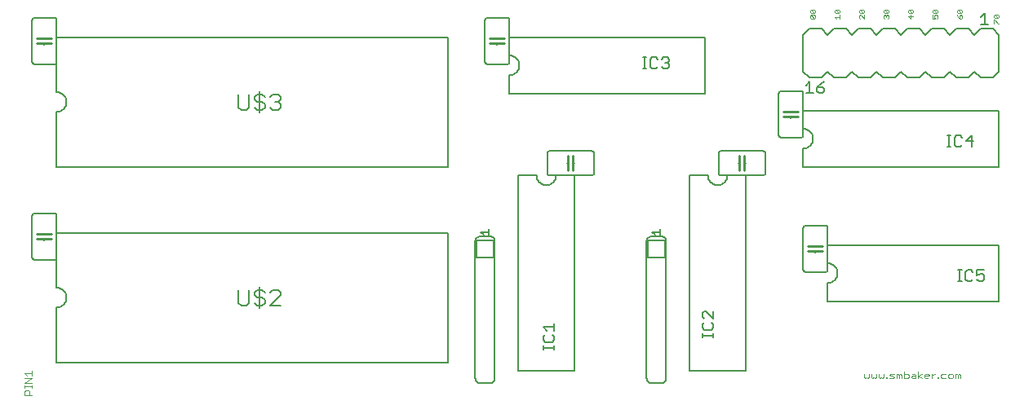
<source format=gto>
G75*
%MOIN*%
%OFA0B0*%
%FSLAX24Y24*%
%IPPOS*%
%LPD*%
%AMOC8*
5,1,8,0,0,1.08239X$1,22.5*
%
%ADD10C,0.0030*%
%ADD11C,0.0020*%
%ADD12C,0.0060*%
%ADD13C,0.0100*%
%ADD14C,0.0050*%
D10*
X000375Y002195D02*
X000375Y002340D01*
X000423Y002388D01*
X000520Y002388D01*
X000568Y002340D01*
X000568Y002195D01*
X000665Y002195D02*
X000375Y002195D01*
X000375Y002490D02*
X000375Y002586D01*
X000375Y002538D02*
X000665Y002538D01*
X000665Y002490D02*
X000665Y002586D01*
X000665Y002686D02*
X000375Y002686D01*
X000665Y002880D01*
X000375Y002880D01*
X000472Y002981D02*
X000375Y003077D01*
X000665Y003077D01*
X000665Y002981D02*
X000665Y003174D01*
X034668Y003068D02*
X034668Y002923D01*
X034716Y002875D01*
X034765Y002923D01*
X034813Y002875D01*
X034862Y002923D01*
X034862Y003068D01*
X034963Y003068D02*
X034963Y002923D01*
X035011Y002875D01*
X035059Y002923D01*
X035108Y002875D01*
X035156Y002923D01*
X035156Y003068D01*
X035257Y003068D02*
X035257Y002923D01*
X035306Y002875D01*
X035354Y002923D01*
X035403Y002875D01*
X035451Y002923D01*
X035451Y003068D01*
X035552Y002923D02*
X035600Y002923D01*
X035600Y002875D01*
X035552Y002875D01*
X035552Y002923D01*
X035699Y002875D02*
X035844Y002875D01*
X035893Y002923D01*
X035844Y002972D01*
X035748Y002972D01*
X035699Y003020D01*
X035748Y003068D01*
X035893Y003068D01*
X035994Y003068D02*
X035994Y002875D01*
X036091Y002875D02*
X036091Y003020D01*
X036139Y003068D01*
X036188Y003020D01*
X036188Y002875D01*
X036289Y002875D02*
X036434Y002875D01*
X036482Y002923D01*
X036482Y003020D01*
X036434Y003068D01*
X036289Y003068D01*
X036289Y003165D02*
X036289Y002875D01*
X036091Y003020D02*
X036042Y003068D01*
X035994Y003068D01*
X036583Y002923D02*
X036632Y002972D01*
X036777Y002972D01*
X036777Y003020D02*
X036777Y002875D01*
X036632Y002875D01*
X036583Y002923D01*
X036632Y003068D02*
X036728Y003068D01*
X036777Y003020D01*
X036878Y002972D02*
X037023Y003068D01*
X037124Y003020D02*
X037172Y003068D01*
X037269Y003068D01*
X037317Y003020D01*
X037317Y002972D01*
X037124Y002972D01*
X037124Y003020D02*
X037124Y002923D01*
X037172Y002875D01*
X037269Y002875D01*
X037418Y002875D02*
X037418Y003068D01*
X037418Y002972D02*
X037515Y003068D01*
X037563Y003068D01*
X037664Y002923D02*
X037712Y002923D01*
X037712Y002875D01*
X037664Y002875D01*
X037664Y002923D01*
X037811Y002923D02*
X037859Y002875D01*
X038005Y002875D01*
X038106Y002923D02*
X038154Y002875D01*
X038251Y002875D01*
X038299Y002923D01*
X038299Y003020D01*
X038251Y003068D01*
X038154Y003068D01*
X038106Y003020D01*
X038106Y002923D01*
X038005Y003068D02*
X037859Y003068D01*
X037811Y003020D01*
X037811Y002923D01*
X038400Y002875D02*
X038400Y003068D01*
X038449Y003068D01*
X038497Y003020D01*
X038545Y003068D01*
X038594Y003020D01*
X038594Y002875D01*
X038497Y002875D02*
X038497Y003020D01*
X037023Y002875D02*
X036878Y002972D01*
X036878Y002875D02*
X036878Y003165D01*
D11*
X039950Y017390D02*
X039950Y017537D01*
X039987Y017537D01*
X040133Y017390D01*
X040170Y017390D01*
X040133Y017611D02*
X039987Y017611D01*
X039950Y017648D01*
X039950Y017721D01*
X039987Y017758D01*
X040133Y017611D01*
X040170Y017648D01*
X040170Y017721D01*
X040133Y017758D01*
X039987Y017758D01*
X038670Y017700D02*
X038633Y017737D01*
X038597Y017737D01*
X038560Y017700D01*
X038560Y017590D01*
X038633Y017590D01*
X038670Y017627D01*
X038670Y017700D01*
X038633Y017811D02*
X038487Y017958D01*
X038633Y017958D01*
X038670Y017921D01*
X038670Y017848D01*
X038633Y017811D01*
X038487Y017811D01*
X038450Y017848D01*
X038450Y017921D01*
X038487Y017958D01*
X038450Y017737D02*
X038487Y017663D01*
X038560Y017590D01*
X037670Y017627D02*
X037633Y017590D01*
X037670Y017627D02*
X037670Y017700D01*
X037633Y017737D01*
X037560Y017737D01*
X037523Y017700D01*
X037523Y017663D01*
X037560Y017590D01*
X037450Y017590D01*
X037450Y017737D01*
X037487Y017811D02*
X037450Y017848D01*
X037450Y017921D01*
X037487Y017958D01*
X037633Y017811D01*
X037670Y017848D01*
X037670Y017921D01*
X037633Y017958D01*
X037487Y017958D01*
X037487Y017811D02*
X037633Y017811D01*
X036670Y017848D02*
X036633Y017811D01*
X036487Y017958D01*
X036633Y017958D01*
X036670Y017921D01*
X036670Y017848D01*
X036633Y017811D02*
X036487Y017811D01*
X036450Y017848D01*
X036450Y017921D01*
X036487Y017958D01*
X036560Y017737D02*
X036560Y017590D01*
X036450Y017700D01*
X036670Y017700D01*
X035670Y017700D02*
X035670Y017627D01*
X035633Y017590D01*
X035560Y017663D02*
X035560Y017700D01*
X035597Y017737D01*
X035633Y017737D01*
X035670Y017700D01*
X035560Y017700D02*
X035523Y017737D01*
X035487Y017737D01*
X035450Y017700D01*
X035450Y017627D01*
X035487Y017590D01*
X035487Y017811D02*
X035450Y017848D01*
X035450Y017921D01*
X035487Y017958D01*
X035633Y017811D01*
X035670Y017848D01*
X035670Y017921D01*
X035633Y017958D01*
X035487Y017958D01*
X035487Y017811D02*
X035633Y017811D01*
X034670Y017848D02*
X034633Y017811D01*
X034487Y017958D01*
X034633Y017958D01*
X034670Y017921D01*
X034670Y017848D01*
X034633Y017811D02*
X034487Y017811D01*
X034450Y017848D01*
X034450Y017921D01*
X034487Y017958D01*
X034487Y017737D02*
X034450Y017700D01*
X034450Y017627D01*
X034487Y017590D01*
X034487Y017737D02*
X034523Y017737D01*
X034670Y017590D01*
X034670Y017737D01*
X033670Y017737D02*
X033670Y017590D01*
X033670Y017663D02*
X033450Y017663D01*
X033523Y017590D01*
X033487Y017811D02*
X033450Y017848D01*
X033450Y017921D01*
X033487Y017958D01*
X033633Y017811D01*
X033670Y017848D01*
X033670Y017921D01*
X033633Y017958D01*
X033487Y017958D01*
X033487Y017811D02*
X033633Y017811D01*
X032670Y017848D02*
X032633Y017811D01*
X032487Y017958D01*
X032633Y017958D01*
X032670Y017921D01*
X032670Y017848D01*
X032633Y017811D02*
X032487Y017811D01*
X032450Y017848D01*
X032450Y017921D01*
X032487Y017958D01*
X032487Y017737D02*
X032633Y017590D01*
X032670Y017627D01*
X032670Y017700D01*
X032633Y017737D01*
X032487Y017737D01*
X032450Y017700D01*
X032450Y017627D01*
X032487Y017590D01*
X032633Y017590D01*
D12*
X032430Y017180D02*
X032930Y017180D01*
X033180Y016930D01*
X033430Y017180D01*
X033930Y017180D01*
X034180Y016930D01*
X034430Y017180D01*
X034930Y017180D01*
X035180Y016930D01*
X035430Y017180D01*
X035930Y017180D01*
X036180Y016930D01*
X036430Y017180D01*
X036930Y017180D01*
X037180Y016930D01*
X037430Y017180D01*
X037930Y017180D01*
X038180Y016930D01*
X038430Y017180D01*
X038930Y017180D01*
X039180Y016930D01*
X039430Y017180D01*
X039930Y017180D01*
X040180Y016930D01*
X040180Y015430D01*
X039930Y015180D01*
X039430Y015180D01*
X039180Y015430D01*
X038930Y015180D01*
X038430Y015180D01*
X038180Y015430D01*
X037930Y015180D01*
X037430Y015180D01*
X037180Y015430D01*
X036930Y015180D01*
X036430Y015180D01*
X036180Y015430D01*
X035930Y015180D01*
X035430Y015180D01*
X035180Y015430D01*
X034930Y015180D01*
X034430Y015180D01*
X034180Y015430D01*
X033930Y015180D01*
X033430Y015180D01*
X033180Y015430D01*
X032930Y015180D01*
X032430Y015180D01*
X032180Y015430D01*
X032180Y016930D01*
X032430Y017180D01*
X028180Y016830D02*
X028180Y014530D01*
X020180Y014530D01*
X020180Y015280D01*
X020219Y015282D01*
X020258Y015288D01*
X020296Y015297D01*
X020333Y015310D01*
X020369Y015327D01*
X020402Y015347D01*
X020434Y015371D01*
X020463Y015397D01*
X020489Y015426D01*
X020513Y015458D01*
X020533Y015491D01*
X020550Y015527D01*
X020563Y015564D01*
X020572Y015602D01*
X020578Y015641D01*
X020580Y015680D01*
X020578Y015719D01*
X020572Y015758D01*
X020563Y015796D01*
X020550Y015833D01*
X020533Y015869D01*
X020513Y015902D01*
X020489Y015934D01*
X020463Y015963D01*
X020434Y015989D01*
X020402Y016013D01*
X020369Y016033D01*
X020333Y016050D01*
X020296Y016063D01*
X020258Y016072D01*
X020219Y016078D01*
X020180Y016080D01*
X020180Y016830D01*
X028180Y016830D01*
X031180Y014530D02*
X031180Y012830D01*
X031182Y012813D01*
X031186Y012796D01*
X031193Y012780D01*
X031203Y012766D01*
X031216Y012753D01*
X031230Y012743D01*
X031246Y012736D01*
X031263Y012732D01*
X031280Y012730D01*
X032080Y012730D01*
X032097Y012732D01*
X032114Y012736D01*
X032130Y012743D01*
X032144Y012753D01*
X032157Y012766D01*
X032167Y012780D01*
X032174Y012796D01*
X032178Y012813D01*
X032180Y012830D01*
X032180Y014530D01*
X032178Y014547D01*
X032174Y014564D01*
X032167Y014580D01*
X032157Y014594D01*
X032144Y014607D01*
X032130Y014617D01*
X032114Y014624D01*
X032097Y014628D01*
X032080Y014630D01*
X031280Y014630D01*
X031263Y014628D01*
X031246Y014624D01*
X031230Y014617D01*
X031216Y014607D01*
X031203Y014594D01*
X031193Y014580D01*
X031186Y014564D01*
X031182Y014547D01*
X031180Y014530D01*
X031680Y013830D02*
X031680Y013780D01*
X032180Y013830D02*
X032180Y013080D01*
X032219Y013078D01*
X032258Y013072D01*
X032296Y013063D01*
X032333Y013050D01*
X032369Y013033D01*
X032402Y013013D01*
X032434Y012989D01*
X032463Y012963D01*
X032489Y012934D01*
X032513Y012902D01*
X032533Y012869D01*
X032550Y012833D01*
X032563Y012796D01*
X032572Y012758D01*
X032578Y012719D01*
X032580Y012680D01*
X032578Y012641D01*
X032572Y012602D01*
X032563Y012564D01*
X032550Y012527D01*
X032533Y012491D01*
X032513Y012458D01*
X032489Y012426D01*
X032463Y012397D01*
X032434Y012371D01*
X032402Y012347D01*
X032369Y012327D01*
X032333Y012310D01*
X032296Y012297D01*
X032258Y012288D01*
X032219Y012282D01*
X032180Y012280D01*
X032180Y011530D01*
X040180Y011530D01*
X040180Y013830D01*
X032180Y013830D01*
X031680Y013580D02*
X031680Y013530D01*
X030530Y012180D02*
X028830Y012180D01*
X028813Y012178D01*
X028796Y012174D01*
X028780Y012167D01*
X028766Y012157D01*
X028753Y012144D01*
X028743Y012130D01*
X028736Y012114D01*
X028732Y012097D01*
X028730Y012080D01*
X028730Y011280D01*
X028732Y011263D01*
X028736Y011246D01*
X028743Y011230D01*
X028753Y011216D01*
X028766Y011203D01*
X028780Y011193D01*
X028796Y011186D01*
X028813Y011182D01*
X028830Y011180D01*
X030530Y011180D01*
X030547Y011182D01*
X030564Y011186D01*
X030580Y011193D01*
X030594Y011203D01*
X030607Y011216D01*
X030617Y011230D01*
X030624Y011246D01*
X030628Y011263D01*
X030630Y011280D01*
X030630Y012080D01*
X030628Y012097D01*
X030624Y012114D01*
X030617Y012130D01*
X030607Y012144D01*
X030594Y012157D01*
X030580Y012167D01*
X030564Y012174D01*
X030547Y012178D01*
X030530Y012180D01*
X029830Y011680D02*
X029780Y011680D01*
X029580Y011680D02*
X029530Y011680D01*
X029830Y011180D02*
X029080Y011180D01*
X029078Y011141D01*
X029072Y011102D01*
X029063Y011064D01*
X029050Y011027D01*
X029033Y010991D01*
X029013Y010958D01*
X028989Y010926D01*
X028963Y010897D01*
X028934Y010871D01*
X028902Y010847D01*
X028869Y010827D01*
X028833Y010810D01*
X028796Y010797D01*
X028758Y010788D01*
X028719Y010782D01*
X028680Y010780D01*
X028641Y010782D01*
X028602Y010788D01*
X028564Y010797D01*
X028527Y010810D01*
X028491Y010827D01*
X028458Y010847D01*
X028426Y010871D01*
X028397Y010897D01*
X028371Y010926D01*
X028347Y010958D01*
X028327Y010991D01*
X028310Y011027D01*
X028297Y011064D01*
X028288Y011102D01*
X028282Y011141D01*
X028280Y011180D01*
X027530Y011180D01*
X027530Y003180D01*
X029830Y003180D01*
X029830Y011180D01*
X032180Y009030D02*
X032180Y007330D01*
X032182Y007313D01*
X032186Y007296D01*
X032193Y007280D01*
X032203Y007266D01*
X032216Y007253D01*
X032230Y007243D01*
X032246Y007236D01*
X032263Y007232D01*
X032280Y007230D01*
X033080Y007230D01*
X033097Y007232D01*
X033114Y007236D01*
X033130Y007243D01*
X033144Y007253D01*
X033157Y007266D01*
X033167Y007280D01*
X033174Y007296D01*
X033178Y007313D01*
X033180Y007330D01*
X033180Y009030D01*
X033178Y009047D01*
X033174Y009064D01*
X033167Y009080D01*
X033157Y009094D01*
X033144Y009107D01*
X033130Y009117D01*
X033114Y009124D01*
X033097Y009128D01*
X033080Y009130D01*
X032280Y009130D01*
X032263Y009128D01*
X032246Y009124D01*
X032230Y009117D01*
X032216Y009107D01*
X032203Y009094D01*
X032193Y009080D01*
X032186Y009064D01*
X032182Y009047D01*
X032180Y009030D01*
X032680Y008330D02*
X032680Y008280D01*
X032680Y008080D02*
X032680Y008030D01*
X033180Y008330D02*
X033180Y007580D01*
X033219Y007578D01*
X033258Y007572D01*
X033296Y007563D01*
X033333Y007550D01*
X033369Y007533D01*
X033402Y007513D01*
X033434Y007489D01*
X033463Y007463D01*
X033489Y007434D01*
X033513Y007402D01*
X033533Y007369D01*
X033550Y007333D01*
X033563Y007296D01*
X033572Y007258D01*
X033578Y007219D01*
X033580Y007180D01*
X033578Y007141D01*
X033572Y007102D01*
X033563Y007064D01*
X033550Y007027D01*
X033533Y006991D01*
X033513Y006958D01*
X033489Y006926D01*
X033463Y006897D01*
X033434Y006871D01*
X033402Y006847D01*
X033369Y006827D01*
X033333Y006810D01*
X033296Y006797D01*
X033258Y006788D01*
X033219Y006782D01*
X033180Y006780D01*
X033180Y006030D01*
X040180Y006030D01*
X040180Y008330D01*
X033180Y008330D01*
X026580Y008480D02*
X026580Y002880D01*
X026578Y002854D01*
X026573Y002828D01*
X026565Y002803D01*
X026553Y002780D01*
X026539Y002758D01*
X026521Y002739D01*
X026502Y002721D01*
X026480Y002707D01*
X026457Y002695D01*
X026432Y002687D01*
X026406Y002682D01*
X026380Y002680D01*
X025980Y002680D01*
X025954Y002682D01*
X025928Y002687D01*
X025903Y002695D01*
X025880Y002707D01*
X025858Y002721D01*
X025839Y002739D01*
X025821Y002758D01*
X025807Y002780D01*
X025795Y002803D01*
X025787Y002828D01*
X025782Y002854D01*
X025780Y002880D01*
X025780Y008480D01*
X025830Y008530D02*
X026530Y008530D01*
X026530Y007830D01*
X025830Y007830D01*
X025830Y008530D01*
X025780Y008480D02*
X025782Y008506D01*
X025787Y008532D01*
X025795Y008557D01*
X025807Y008580D01*
X025821Y008602D01*
X025839Y008621D01*
X025858Y008639D01*
X025880Y008653D01*
X025903Y008665D01*
X025928Y008673D01*
X025954Y008678D01*
X025980Y008680D01*
X026380Y008680D01*
X026406Y008678D01*
X026432Y008673D01*
X026457Y008665D01*
X026480Y008653D01*
X026502Y008639D01*
X026521Y008621D01*
X026539Y008602D01*
X026553Y008580D01*
X026565Y008557D01*
X026573Y008532D01*
X026578Y008506D01*
X026580Y008480D01*
X023530Y011180D02*
X021830Y011180D01*
X021813Y011182D01*
X021796Y011186D01*
X021780Y011193D01*
X021766Y011203D01*
X021753Y011216D01*
X021743Y011230D01*
X021736Y011246D01*
X021732Y011263D01*
X021730Y011280D01*
X021730Y012080D01*
X021732Y012097D01*
X021736Y012114D01*
X021743Y012130D01*
X021753Y012144D01*
X021766Y012157D01*
X021780Y012167D01*
X021796Y012174D01*
X021813Y012178D01*
X021830Y012180D01*
X023530Y012180D01*
X023547Y012178D01*
X023564Y012174D01*
X023580Y012167D01*
X023594Y012157D01*
X023607Y012144D01*
X023617Y012130D01*
X023624Y012114D01*
X023628Y012097D01*
X023630Y012080D01*
X023630Y011280D01*
X023628Y011263D01*
X023624Y011246D01*
X023617Y011230D01*
X023607Y011216D01*
X023594Y011203D01*
X023580Y011193D01*
X023564Y011186D01*
X023547Y011182D01*
X023530Y011180D01*
X022830Y011180D02*
X022080Y011180D01*
X022078Y011141D01*
X022072Y011102D01*
X022063Y011064D01*
X022050Y011027D01*
X022033Y010991D01*
X022013Y010958D01*
X021989Y010926D01*
X021963Y010897D01*
X021934Y010871D01*
X021902Y010847D01*
X021869Y010827D01*
X021833Y010810D01*
X021796Y010797D01*
X021758Y010788D01*
X021719Y010782D01*
X021680Y010780D01*
X021641Y010782D01*
X021602Y010788D01*
X021564Y010797D01*
X021527Y010810D01*
X021491Y010827D01*
X021458Y010847D01*
X021426Y010871D01*
X021397Y010897D01*
X021371Y010926D01*
X021347Y010958D01*
X021327Y010991D01*
X021310Y011027D01*
X021297Y011064D01*
X021288Y011102D01*
X021282Y011141D01*
X021280Y011180D01*
X020530Y011180D01*
X020530Y003180D01*
X022830Y003180D01*
X022830Y011180D01*
X022830Y011680D02*
X022780Y011680D01*
X022580Y011680D02*
X022530Y011680D01*
X017680Y011530D02*
X017680Y016830D01*
X001680Y016830D01*
X001680Y014580D01*
X001719Y014578D01*
X001758Y014572D01*
X001796Y014563D01*
X001833Y014550D01*
X001869Y014533D01*
X001902Y014513D01*
X001934Y014489D01*
X001963Y014463D01*
X001989Y014434D01*
X002013Y014402D01*
X002033Y014369D01*
X002050Y014333D01*
X002063Y014296D01*
X002072Y014258D01*
X002078Y014219D01*
X002080Y014180D01*
X002078Y014141D01*
X002072Y014102D01*
X002063Y014064D01*
X002050Y014027D01*
X002033Y013991D01*
X002013Y013958D01*
X001989Y013926D01*
X001963Y013897D01*
X001934Y013871D01*
X001902Y013847D01*
X001869Y013827D01*
X001833Y013810D01*
X001796Y013797D01*
X001758Y013788D01*
X001719Y013782D01*
X001680Y013780D01*
X001680Y011530D01*
X017680Y011530D01*
X017680Y008830D02*
X017680Y003530D01*
X001680Y003530D01*
X001680Y005780D01*
X001719Y005782D01*
X001758Y005788D01*
X001796Y005797D01*
X001833Y005810D01*
X001869Y005827D01*
X001902Y005847D01*
X001934Y005871D01*
X001963Y005897D01*
X001989Y005926D01*
X002013Y005958D01*
X002033Y005991D01*
X002050Y006027D01*
X002063Y006064D01*
X002072Y006102D01*
X002078Y006141D01*
X002080Y006180D01*
X002078Y006219D01*
X002072Y006258D01*
X002063Y006296D01*
X002050Y006333D01*
X002033Y006369D01*
X002013Y006402D01*
X001989Y006434D01*
X001963Y006463D01*
X001934Y006489D01*
X001902Y006513D01*
X001869Y006533D01*
X001833Y006550D01*
X001796Y006563D01*
X001758Y006572D01*
X001719Y006578D01*
X001680Y006580D01*
X001680Y008830D01*
X017680Y008830D01*
X018780Y008480D02*
X018780Y002880D01*
X018782Y002854D01*
X018787Y002828D01*
X018795Y002803D01*
X018807Y002780D01*
X018821Y002758D01*
X018839Y002739D01*
X018858Y002721D01*
X018880Y002707D01*
X018903Y002695D01*
X018928Y002687D01*
X018954Y002682D01*
X018980Y002680D01*
X019380Y002680D01*
X019406Y002682D01*
X019432Y002687D01*
X019457Y002695D01*
X019480Y002707D01*
X019502Y002721D01*
X019521Y002739D01*
X019539Y002758D01*
X019553Y002780D01*
X019565Y002803D01*
X019573Y002828D01*
X019578Y002854D01*
X019580Y002880D01*
X019580Y008480D01*
X019530Y008530D02*
X018830Y008530D01*
X018830Y007830D01*
X019530Y007830D01*
X019530Y008530D01*
X019580Y008480D02*
X019578Y008506D01*
X019573Y008532D01*
X019565Y008557D01*
X019553Y008580D01*
X019539Y008602D01*
X019521Y008621D01*
X019502Y008639D01*
X019480Y008653D01*
X019457Y008665D01*
X019432Y008673D01*
X019406Y008678D01*
X019380Y008680D01*
X018980Y008680D01*
X018954Y008678D01*
X018928Y008673D01*
X018903Y008665D01*
X018880Y008653D01*
X018858Y008639D01*
X018839Y008621D01*
X018821Y008602D01*
X018807Y008580D01*
X018795Y008557D01*
X018787Y008532D01*
X018782Y008506D01*
X018780Y008480D01*
X010826Y006394D02*
X010719Y006501D01*
X010506Y006501D01*
X010399Y006394D01*
X010182Y006394D02*
X010075Y006501D01*
X009861Y006501D01*
X009755Y006394D01*
X009755Y006287D01*
X009861Y006180D01*
X010075Y006180D01*
X010182Y006074D01*
X010182Y005967D01*
X010075Y005860D01*
X009861Y005860D01*
X009755Y005967D01*
X009537Y005967D02*
X009537Y006501D01*
X009110Y006501D02*
X009110Y005967D01*
X009217Y005860D01*
X009430Y005860D01*
X009537Y005967D01*
X009968Y005753D02*
X009968Y006607D01*
X010399Y005860D02*
X010826Y006287D01*
X010826Y006394D01*
X010826Y005860D02*
X010399Y005860D01*
X001680Y007830D02*
X001680Y009530D01*
X001678Y009547D01*
X001674Y009564D01*
X001667Y009580D01*
X001657Y009594D01*
X001644Y009607D01*
X001630Y009617D01*
X001614Y009624D01*
X001597Y009628D01*
X001580Y009630D01*
X000780Y009630D01*
X000763Y009628D01*
X000746Y009624D01*
X000730Y009617D01*
X000716Y009607D01*
X000703Y009594D01*
X000693Y009580D01*
X000686Y009564D01*
X000682Y009547D01*
X000680Y009530D01*
X000680Y007830D01*
X000682Y007813D01*
X000686Y007796D01*
X000693Y007780D01*
X000703Y007766D01*
X000716Y007753D01*
X000730Y007743D01*
X000746Y007736D01*
X000763Y007732D01*
X000780Y007730D01*
X001580Y007730D01*
X001597Y007732D01*
X001614Y007736D01*
X001630Y007743D01*
X001644Y007753D01*
X001657Y007766D01*
X001667Y007780D01*
X001674Y007796D01*
X001678Y007813D01*
X001680Y007830D01*
X001180Y008530D02*
X001180Y008580D01*
X001180Y008780D02*
X001180Y008830D01*
X009968Y013753D02*
X009968Y014607D01*
X009861Y014501D02*
X009755Y014394D01*
X009755Y014287D01*
X009861Y014180D01*
X010075Y014180D01*
X010182Y014074D01*
X010182Y013967D01*
X010075Y013860D01*
X009861Y013860D01*
X009755Y013967D01*
X009537Y013967D02*
X009537Y014501D01*
X009861Y014501D02*
X010075Y014501D01*
X010182Y014394D01*
X010399Y014394D02*
X010506Y014501D01*
X010719Y014501D01*
X010826Y014394D01*
X010826Y014287D01*
X010719Y014180D01*
X010826Y014074D01*
X010826Y013967D01*
X010719Y013860D01*
X010506Y013860D01*
X010399Y013967D01*
X010613Y014180D02*
X010719Y014180D01*
X009537Y013967D02*
X009430Y013860D01*
X009217Y013860D01*
X009110Y013967D01*
X009110Y014501D01*
X001680Y015830D02*
X001680Y017530D01*
X001678Y017547D01*
X001674Y017564D01*
X001667Y017580D01*
X001657Y017594D01*
X001644Y017607D01*
X001630Y017617D01*
X001614Y017624D01*
X001597Y017628D01*
X001580Y017630D01*
X000780Y017630D01*
X000763Y017628D01*
X000746Y017624D01*
X000730Y017617D01*
X000716Y017607D01*
X000703Y017594D01*
X000693Y017580D01*
X000686Y017564D01*
X000682Y017547D01*
X000680Y017530D01*
X000680Y015830D01*
X000682Y015813D01*
X000686Y015796D01*
X000693Y015780D01*
X000703Y015766D01*
X000716Y015753D01*
X000730Y015743D01*
X000746Y015736D01*
X000763Y015732D01*
X000780Y015730D01*
X001580Y015730D01*
X001597Y015732D01*
X001614Y015736D01*
X001630Y015743D01*
X001644Y015753D01*
X001657Y015766D01*
X001667Y015780D01*
X001674Y015796D01*
X001678Y015813D01*
X001680Y015830D01*
X001180Y016530D02*
X001180Y016580D01*
X001180Y016780D02*
X001180Y016830D01*
X019180Y017530D02*
X019180Y015830D01*
X019182Y015813D01*
X019186Y015796D01*
X019193Y015780D01*
X019203Y015766D01*
X019216Y015753D01*
X019230Y015743D01*
X019246Y015736D01*
X019263Y015732D01*
X019280Y015730D01*
X020080Y015730D01*
X020097Y015732D01*
X020114Y015736D01*
X020130Y015743D01*
X020144Y015753D01*
X020157Y015766D01*
X020167Y015780D01*
X020174Y015796D01*
X020178Y015813D01*
X020180Y015830D01*
X020180Y017530D01*
X020178Y017547D01*
X020174Y017564D01*
X020167Y017580D01*
X020157Y017594D01*
X020144Y017607D01*
X020130Y017617D01*
X020114Y017624D01*
X020097Y017628D01*
X020080Y017630D01*
X019280Y017630D01*
X019263Y017628D01*
X019246Y017624D01*
X019230Y017617D01*
X019216Y017607D01*
X019203Y017594D01*
X019193Y017580D01*
X019186Y017564D01*
X019182Y017547D01*
X019180Y017530D01*
X019680Y016830D02*
X019680Y016780D01*
X019680Y016580D02*
X019680Y016530D01*
D13*
X019680Y016580D02*
X019380Y016580D01*
X019380Y016780D02*
X019680Y016780D01*
X019980Y016780D01*
X019980Y016580D02*
X019680Y016580D01*
X022580Y011980D02*
X022580Y011680D01*
X022580Y011380D01*
X022780Y011380D02*
X022780Y011680D01*
X022780Y011980D01*
X029580Y011980D02*
X029580Y011680D01*
X029580Y011380D01*
X029780Y011380D02*
X029780Y011680D01*
X029780Y011980D01*
X031380Y013580D02*
X031680Y013580D01*
X031980Y013580D01*
X031980Y013780D02*
X031680Y013780D01*
X031380Y013780D01*
X032380Y008280D02*
X032680Y008280D01*
X032980Y008280D01*
X032980Y008080D02*
X032680Y008080D01*
X032380Y008080D01*
X001480Y008580D02*
X001180Y008580D01*
X000880Y008580D01*
X000880Y008780D02*
X001180Y008780D01*
X001480Y008780D01*
X001480Y016580D02*
X001180Y016580D01*
X000880Y016580D01*
X000880Y016780D02*
X001180Y016780D01*
X001480Y016780D01*
D14*
X019005Y008859D02*
X019345Y008859D01*
X019345Y008746D02*
X019345Y008973D01*
X019118Y008746D02*
X019005Y008859D01*
X026005Y008859D02*
X026118Y008746D01*
X026005Y008859D02*
X026345Y008859D01*
X026345Y008746D02*
X026345Y008973D01*
X028130Y005623D02*
X028055Y005548D01*
X028055Y005397D01*
X028130Y005322D01*
X028130Y005162D02*
X028055Y005087D01*
X028055Y004937D01*
X028130Y004862D01*
X028430Y004862D01*
X028505Y004937D01*
X028505Y005087D01*
X028430Y005162D01*
X028505Y005322D02*
X028205Y005623D01*
X028130Y005623D01*
X028505Y005623D02*
X028505Y005322D01*
X028505Y004705D02*
X028505Y004555D01*
X028505Y004630D02*
X028055Y004630D01*
X028055Y004555D02*
X028055Y004705D01*
X022005Y004822D02*
X022005Y005123D01*
X022005Y004972D02*
X021555Y004972D01*
X021705Y004822D01*
X021630Y004662D02*
X021555Y004587D01*
X021555Y004437D01*
X021630Y004362D01*
X021930Y004362D01*
X022005Y004437D01*
X022005Y004587D01*
X021930Y004662D01*
X022005Y004205D02*
X022005Y004055D01*
X022005Y004130D02*
X021555Y004130D01*
X021555Y004055D02*
X021555Y004205D01*
X038505Y006855D02*
X038655Y006855D01*
X038580Y006855D02*
X038580Y007305D01*
X038505Y007305D02*
X038655Y007305D01*
X038812Y007230D02*
X038812Y006930D01*
X038887Y006855D01*
X039037Y006855D01*
X039112Y006930D01*
X039272Y006930D02*
X039347Y006855D01*
X039498Y006855D01*
X039573Y006930D01*
X039573Y007080D01*
X039498Y007155D01*
X039422Y007155D01*
X039272Y007080D01*
X039272Y007305D01*
X039573Y007305D01*
X039112Y007230D02*
X039037Y007305D01*
X038887Y007305D01*
X038812Y007230D01*
X038587Y012355D02*
X038662Y012430D01*
X038587Y012355D02*
X038437Y012355D01*
X038362Y012430D01*
X038362Y012730D01*
X038437Y012805D01*
X038587Y012805D01*
X038662Y012730D01*
X038822Y012580D02*
X039123Y012580D01*
X039048Y012355D02*
X039048Y012805D01*
X038822Y012580D01*
X038205Y012355D02*
X038055Y012355D01*
X038130Y012355D02*
X038130Y012805D01*
X038055Y012805D02*
X038205Y012805D01*
X033045Y014630D02*
X033045Y014705D01*
X032970Y014780D01*
X032745Y014780D01*
X032745Y014630D01*
X032820Y014555D01*
X032970Y014555D01*
X033045Y014630D01*
X032895Y014930D02*
X032745Y014780D01*
X032895Y014930D02*
X033045Y015005D01*
X032434Y015005D02*
X032284Y014855D01*
X032434Y015005D02*
X032434Y014555D01*
X032284Y014555D02*
X032584Y014555D01*
X026695Y015630D02*
X026620Y015555D01*
X026470Y015555D01*
X026395Y015630D01*
X026234Y015630D02*
X026159Y015555D01*
X026009Y015555D01*
X025934Y015630D01*
X025934Y015930D01*
X026009Y016005D01*
X026159Y016005D01*
X026234Y015930D01*
X026395Y015930D02*
X026470Y016005D01*
X026620Y016005D01*
X026695Y015930D01*
X026695Y015855D01*
X026620Y015780D01*
X026695Y015705D01*
X026695Y015630D01*
X026620Y015780D02*
X026545Y015780D01*
X025777Y015555D02*
X025627Y015555D01*
X025702Y015555D02*
X025702Y016005D01*
X025627Y016005D02*
X025777Y016005D01*
X039445Y017355D02*
X039745Y017355D01*
X039595Y017355D02*
X039595Y017805D01*
X039445Y017655D01*
M02*

</source>
